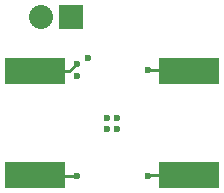
<source format=gbl>
G04 #@! TF.FileFunction,Copper,L4,Bot,Signal*
%FSLAX46Y46*%
G04 Gerber Fmt 4.6, Leading zero omitted, Abs format (unit mm)*
G04 Created by KiCad (PCBNEW 4.0.2-stable) date Tue Apr 26 20:17:22 2016*
%MOMM*%
G01*
G04 APERTURE LIST*
%ADD10C,0.100000*%
%ADD11R,2.032000X2.032000*%
%ADD12O,2.032000X2.032000*%
%ADD13R,5.080000X2.290000*%
%ADD14C,0.600000*%
%ADD15C,0.250000*%
G04 APERTURE END LIST*
D10*
D11*
X137540000Y-96000000D03*
D12*
X135000000Y-96000000D03*
D13*
X134500000Y-100620000D03*
X134500000Y-109380000D03*
X147500000Y-109380000D03*
X147500000Y-100620000D03*
D14*
X140550000Y-105500000D03*
X141450000Y-105500000D03*
X141450000Y-104600000D03*
X140550000Y-104600000D03*
X144000000Y-100500000D03*
X144000000Y-109500000D03*
X138000000Y-109500000D03*
X138000000Y-100000000D03*
X138000000Y-101000000D03*
X139000000Y-99500000D03*
D15*
X144000000Y-100500000D02*
X147380000Y-100500000D01*
X147380000Y-100500000D02*
X147500000Y-100620000D01*
X147500000Y-109380000D02*
X144120000Y-109380000D01*
X144120000Y-109380000D02*
X144000000Y-109500000D01*
X138000000Y-109500000D02*
X134620000Y-109500000D01*
X134620000Y-109500000D02*
X134500000Y-109380000D01*
X134500000Y-100620000D02*
X137380000Y-100620000D01*
X137380000Y-100620000D02*
X138000000Y-100000000D01*
M02*

</source>
